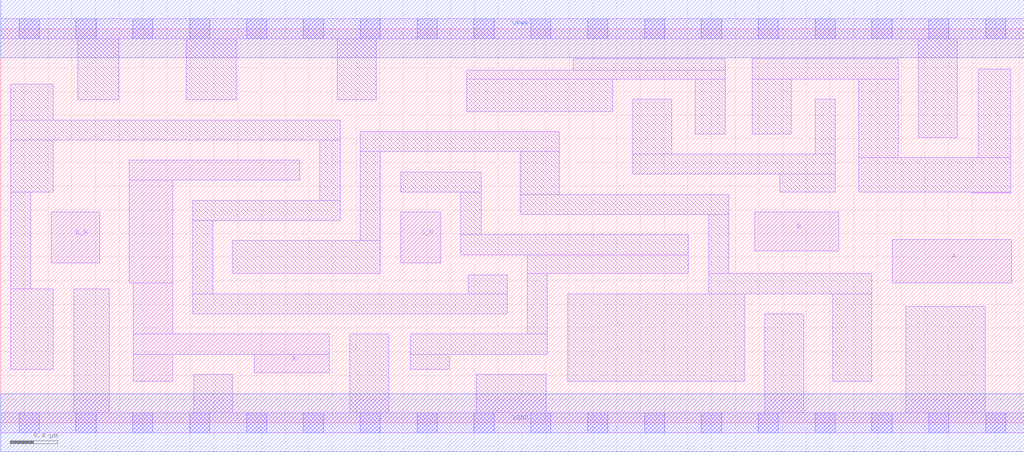
<source format=lef>
# Copyright 2020 The SkyWater PDK Authors
#
# Licensed under the Apache License, Version 2.0 (the "License");
# you may not use this file except in compliance with the License.
# You may obtain a copy of the License at
#
#     https://www.apache.org/licenses/LICENSE-2.0
#
# Unless required by applicable law or agreed to in writing, software
# distributed under the License is distributed on an "AS IS" BASIS,
# WITHOUT WARRANTIES OR CONDITIONS OF ANY KIND, either express or implied.
# See the License for the specific language governing permissions and
# limitations under the License.
#
# SPDX-License-Identifier: Apache-2.0

VERSION 5.5 ;
NAMESCASESENSITIVE ON ;
BUSBITCHARS "[]" ;
DIVIDERCHAR "/" ;
MACRO sky130_fd_sc_ls__or4bb_4
  CLASS CORE ;
  SOURCE USER ;
  ORIGIN  0.000000  0.000000 ;
  SIZE  8.640000 BY  3.330000 ;
  SYMMETRY X Y ;
  SITE unit ;
  PIN A
    ANTENNAGATEAREA  0.411000 ;
    DIRECTION INPUT ;
    USE SIGNAL ;
    PORT
      LAYER li1 ;
        RECT 7.525000 1.180000 8.535000 1.550000 ;
    END
  END A
  PIN B
    ANTENNAGATEAREA  0.411000 ;
    DIRECTION INPUT ;
    USE SIGNAL ;
    PORT
      LAYER li1 ;
        RECT 6.365000 1.450000 7.075000 1.780000 ;
    END
  END B
  PIN C_N
    ANTENNAGATEAREA  0.246000 ;
    DIRECTION INPUT ;
    USE SIGNAL ;
    PORT
      LAYER li1 ;
        RECT 3.375000 1.350000 3.715000 1.780000 ;
    END
  END C_N
  PIN D_N
    ANTENNAGATEAREA  0.246000 ;
    DIRECTION INPUT ;
    USE SIGNAL ;
    PORT
      LAYER li1 ;
        RECT 0.425000 1.350000 0.835000 1.780000 ;
    END
  END D_N
  PIN X
    ANTENNADIFFAREA  1.677500 ;
    DIRECTION OUTPUT ;
    USE SIGNAL ;
    PORT
      LAYER li1 ;
        RECT 1.085000 1.180000 1.450000 2.050000 ;
        RECT 1.085000 2.050000 2.525000 2.220000 ;
        RECT 1.120000 0.350000 1.450000 0.580000 ;
        RECT 1.120000 0.580000 2.775000 0.750000 ;
        RECT 1.120000 0.750000 1.450000 1.180000 ;
        RECT 2.140000 0.420000 2.775000 0.580000 ;
    END
  END X
  PIN VGND
    DIRECTION INOUT ;
    SHAPE ABUTMENT ;
    USE GROUND ;
    PORT
      LAYER met1 ;
        RECT 0.000000 -0.245000 8.640000 0.245000 ;
    END
  END VGND
  PIN VPWR
    DIRECTION INOUT ;
    SHAPE ABUTMENT ;
    USE POWER ;
    PORT
      LAYER met1 ;
        RECT 0.000000 3.085000 8.640000 3.575000 ;
    END
  END VPWR
  OBS
    LAYER li1 ;
      RECT 0.000000 -0.085000 8.640000 0.085000 ;
      RECT 0.000000  3.245000 8.640000 3.415000 ;
      RECT 0.085000  0.450000 0.445000 1.130000 ;
      RECT 0.085000  1.130000 0.255000 1.950000 ;
      RECT 0.085000  1.950000 0.445000 2.390000 ;
      RECT 0.085000  2.390000 2.865000 2.560000 ;
      RECT 0.085000  2.560000 0.445000 2.860000 ;
      RECT 0.615000  0.085000 0.915000 1.130000 ;
      RECT 0.650000  2.730000 0.995000 3.245000 ;
      RECT 1.565000  2.730000 1.990000 3.245000 ;
      RECT 1.620000  0.920000 4.275000 1.090000 ;
      RECT 1.620000  1.090000 1.790000 1.710000 ;
      RECT 1.620000  1.710000 2.865000 1.880000 ;
      RECT 1.630000  0.085000 1.960000 0.410000 ;
      RECT 1.960000  1.260000 3.205000 1.540000 ;
      RECT 2.695000  1.880000 2.865000 2.390000 ;
      RECT 2.840000  2.730000 3.170000 3.245000 ;
      RECT 2.945000  0.085000 3.275000 0.750000 ;
      RECT 3.035000  1.540000 3.205000 2.290000 ;
      RECT 3.035000  2.290000 4.715000 2.460000 ;
      RECT 3.375000  1.950000 4.055000 2.120000 ;
      RECT 3.455000  0.450000 3.785000 0.580000 ;
      RECT 3.455000  0.580000 4.615000 0.750000 ;
      RECT 3.885000  1.420000 5.805000 1.590000 ;
      RECT 3.885000  1.590000 4.055000 1.950000 ;
      RECT 3.935000  2.630000 5.165000 2.905000 ;
      RECT 3.935000  2.905000 6.115000 2.980000 ;
      RECT 3.945000  1.090000 4.275000 1.250000 ;
      RECT 4.015000  0.085000 4.605000 0.410000 ;
      RECT 4.385000  1.760000 6.145000 1.930000 ;
      RECT 4.385000  1.930000 4.715000 2.290000 ;
      RECT 4.445000  0.750000 4.615000 1.260000 ;
      RECT 4.445000  1.260000 5.805000 1.420000 ;
      RECT 4.785000  0.350000 6.280000 1.090000 ;
      RECT 4.835000  2.980000 6.115000 3.075000 ;
      RECT 5.335000  2.100000 7.045000 2.270000 ;
      RECT 5.335000  2.270000 5.665000 2.735000 ;
      RECT 5.865000  2.440000 6.115000 2.905000 ;
      RECT 5.975000  1.090000 7.355000 1.260000 ;
      RECT 5.975000  1.260000 6.145000 1.760000 ;
      RECT 6.345000  2.440000 6.675000 2.905000 ;
      RECT 6.345000  2.905000 7.575000 3.075000 ;
      RECT 6.450000  0.085000 6.780000 0.920000 ;
      RECT 6.575000  1.950000 7.045000 2.100000 ;
      RECT 6.875000  2.270000 7.045000 2.735000 ;
      RECT 7.025000  0.350000 7.355000 1.090000 ;
      RECT 7.245000  1.950000 8.525000 2.240000 ;
      RECT 7.245000  2.240000 7.575000 2.905000 ;
      RECT 7.640000  0.085000 8.310000 0.985000 ;
      RECT 7.745000  2.410000 8.075000 3.245000 ;
      RECT 8.195000  1.940000 8.525000 1.950000 ;
      RECT 8.250000  2.240000 8.525000 2.990000 ;
    LAYER mcon ;
      RECT 0.155000 -0.085000 0.325000 0.085000 ;
      RECT 0.155000  3.245000 0.325000 3.415000 ;
      RECT 0.635000 -0.085000 0.805000 0.085000 ;
      RECT 0.635000  3.245000 0.805000 3.415000 ;
      RECT 1.115000 -0.085000 1.285000 0.085000 ;
      RECT 1.115000  3.245000 1.285000 3.415000 ;
      RECT 1.595000 -0.085000 1.765000 0.085000 ;
      RECT 1.595000  3.245000 1.765000 3.415000 ;
      RECT 2.075000 -0.085000 2.245000 0.085000 ;
      RECT 2.075000  3.245000 2.245000 3.415000 ;
      RECT 2.555000 -0.085000 2.725000 0.085000 ;
      RECT 2.555000  3.245000 2.725000 3.415000 ;
      RECT 3.035000 -0.085000 3.205000 0.085000 ;
      RECT 3.035000  3.245000 3.205000 3.415000 ;
      RECT 3.515000 -0.085000 3.685000 0.085000 ;
      RECT 3.515000  3.245000 3.685000 3.415000 ;
      RECT 3.995000 -0.085000 4.165000 0.085000 ;
      RECT 3.995000  3.245000 4.165000 3.415000 ;
      RECT 4.475000 -0.085000 4.645000 0.085000 ;
      RECT 4.475000  3.245000 4.645000 3.415000 ;
      RECT 4.955000 -0.085000 5.125000 0.085000 ;
      RECT 4.955000  3.245000 5.125000 3.415000 ;
      RECT 5.435000 -0.085000 5.605000 0.085000 ;
      RECT 5.435000  3.245000 5.605000 3.415000 ;
      RECT 5.915000 -0.085000 6.085000 0.085000 ;
      RECT 5.915000  3.245000 6.085000 3.415000 ;
      RECT 6.395000 -0.085000 6.565000 0.085000 ;
      RECT 6.395000  3.245000 6.565000 3.415000 ;
      RECT 6.875000 -0.085000 7.045000 0.085000 ;
      RECT 6.875000  3.245000 7.045000 3.415000 ;
      RECT 7.355000 -0.085000 7.525000 0.085000 ;
      RECT 7.355000  3.245000 7.525000 3.415000 ;
      RECT 7.835000 -0.085000 8.005000 0.085000 ;
      RECT 7.835000  3.245000 8.005000 3.415000 ;
      RECT 8.315000 -0.085000 8.485000 0.085000 ;
      RECT 8.315000  3.245000 8.485000 3.415000 ;
  END
END sky130_fd_sc_ls__or4bb_4

</source>
